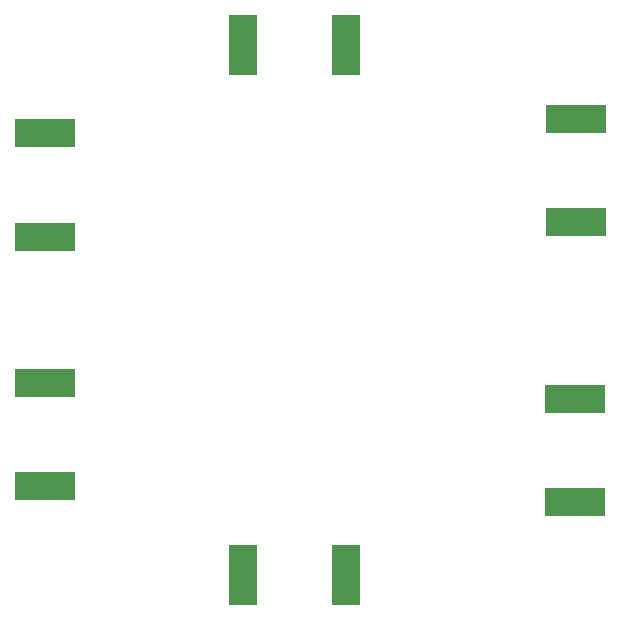
<source format=gbp>
G04*
G04 #@! TF.GenerationSoftware,Altium Limited,Altium Designer,19.0.5 (141)*
G04*
G04 Layer_Color=128*
%FSLAX44Y44*%
%MOMM*%
G71*
G01*
G75*
%ADD15R,5.0800X2.4130*%
%ADD17R,2.4130X5.0800*%
D15*
X474540Y175260D02*
D03*
Y87630D02*
D03*
X474705Y412280D02*
D03*
Y324650D02*
D03*
X25356Y100965D02*
D03*
Y188595D02*
D03*
Y312420D02*
D03*
Y400050D02*
D03*
D17*
X280395Y25790D02*
D03*
X192765D02*
D03*
Y474980D02*
D03*
X280395D02*
D03*
M02*

</source>
